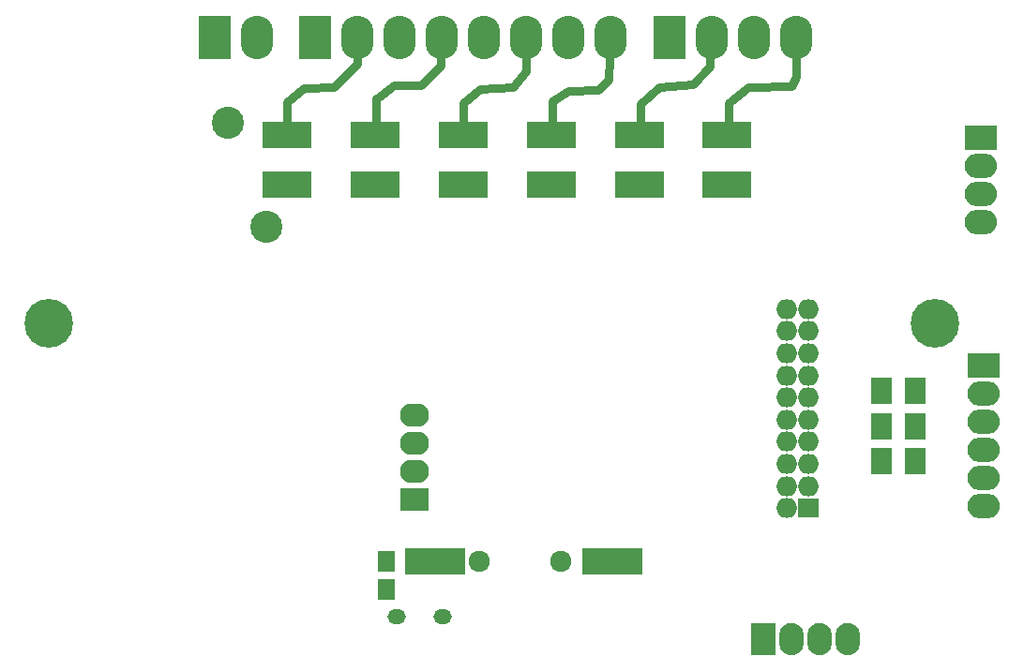
<source format=gbs>
G04 #@! TF.FileFunction,Soldermask,Bot*
%FSLAX46Y46*%
G04 Gerber Fmt 4.6, Leading zero omitted, Abs format (unit mm)*
G04 Created by KiCad (PCBNEW 4.0.6) date 01/16/18 14:36:03*
%MOMM*%
%LPD*%
G01*
G04 APERTURE LIST*
%ADD10C,0.100000*%
%ADD11C,0.724000*%
%ADD12R,5.400000X2.400000*%
%ADD13C,1.924000*%
%ADD14R,1.900000X2.400000*%
%ADD15C,4.400000*%
%ADD16R,1.650000X1.900000*%
%ADD17R,4.400000X2.400000*%
%ADD18R,2.624000X2.100000*%
%ADD19O,2.624000X2.100000*%
%ADD20R,2.924000X2.224000*%
%ADD21O,2.924000X2.224000*%
%ADD22O,1.650000X1.350000*%
%ADD23R,2.224000X2.924000*%
%ADD24O,2.224000X2.924000*%
%ADD25C,2.899360*%
%ADD26O,2.924000X3.924000*%
%ADD27R,2.924000X3.924000*%
%ADD28R,1.924000X1.800000*%
%ADD29O,1.924000X1.800000*%
G04 APERTURE END LIST*
D10*
D11*
X126350000Y-92075000D02*
X126350000Y-89725000D01*
X126350000Y-92125000D02*
X126350000Y-92075000D01*
X128200000Y-88175000D02*
X126400000Y-89600000D01*
X132025000Y-88050000D02*
X128200000Y-88175000D01*
X132475000Y-87250000D02*
X132025000Y-88050000D01*
X132400000Y-83650000D02*
X132475000Y-87250000D01*
X118425000Y-89650000D02*
X118425000Y-91825000D01*
X120100000Y-88125000D02*
X118425000Y-89650000D01*
X123125000Y-87925000D02*
X120100000Y-88125000D01*
X124725000Y-86325000D02*
X123125000Y-87925000D01*
X124800000Y-83650000D02*
X124725000Y-86325000D01*
X110500000Y-89425000D02*
X110450000Y-92450000D01*
X111875000Y-88475000D02*
X110500000Y-89425000D01*
X114650000Y-88375000D02*
X111875000Y-88475000D01*
X115575000Y-87500000D02*
X114650000Y-88375000D01*
X115700000Y-83600000D02*
X115575000Y-87500000D01*
X102450000Y-89575000D02*
X102425000Y-92275000D01*
X103975000Y-88350000D02*
X102450000Y-89575000D01*
X106950000Y-88175000D02*
X103975000Y-88350000D01*
X108125000Y-86700000D02*
X106950000Y-88175000D01*
X108125000Y-83500000D02*
X108125000Y-86700000D01*
X94525000Y-89175000D02*
X94550000Y-92425000D01*
X96125000Y-87950000D02*
X94525000Y-89225000D01*
X98600000Y-87950000D02*
X96125000Y-87950000D01*
X100425000Y-86175000D02*
X98600000Y-87950000D01*
X100500000Y-83600000D02*
X100425000Y-86175000D01*
X86525000Y-89475000D02*
X86500000Y-92325000D01*
X88025000Y-88225000D02*
X86525000Y-89475000D01*
X90750000Y-88175000D02*
X88025000Y-88225000D01*
X92825000Y-86025000D02*
X90750000Y-88175000D01*
X92750000Y-83600000D02*
X92825000Y-86025000D01*
D12*
X99850000Y-131025000D03*
X115850000Y-131025000D03*
D13*
X103850000Y-131025000D03*
X111250000Y-131025000D03*
D14*
X143225000Y-115625000D03*
X140225000Y-115625000D03*
D15*
X145000000Y-109500000D03*
D16*
X95450000Y-131000000D03*
X95450000Y-133500000D03*
D14*
X143225000Y-121925000D03*
X140225000Y-121925000D03*
X143225000Y-118775000D03*
X140225000Y-118775000D03*
D17*
X86500000Y-97000000D03*
X86500000Y-92500000D03*
X94450000Y-97000000D03*
X94450000Y-92500000D03*
X102400000Y-97000000D03*
X102400000Y-92500000D03*
X110350000Y-97000000D03*
X110350000Y-92500000D03*
X118300000Y-97000000D03*
X118300000Y-92500000D03*
X126250000Y-97000000D03*
X126250000Y-92500000D03*
D18*
X98050000Y-125390000D03*
D19*
X98050000Y-122850000D03*
X98050000Y-120310000D03*
X98050000Y-117770000D03*
D20*
X149400000Y-113320000D03*
D21*
X149400000Y-115860000D03*
X149400000Y-118400000D03*
X149400000Y-120940000D03*
X149400000Y-123480000D03*
X149400000Y-126020000D03*
D22*
X96419200Y-136000000D03*
X100519200Y-136000000D03*
D20*
X149150000Y-92760000D03*
D21*
X149150000Y-95300000D03*
X149150000Y-97840000D03*
X149150000Y-100380000D03*
D23*
X129495000Y-138000000D03*
D24*
X132035000Y-138000000D03*
X134575000Y-138000000D03*
X137115000Y-138000000D03*
D25*
X81199468Y-91380353D03*
X84620532Y-100779647D03*
D26*
X108080000Y-83700000D03*
X104270000Y-83700000D03*
X100460000Y-83700000D03*
X96650000Y-83700000D03*
X92840000Y-83700000D03*
D27*
X89030000Y-83700000D03*
D26*
X111890000Y-83700000D03*
X115700000Y-83700000D03*
X83800000Y-83700000D03*
D27*
X79990000Y-83700000D03*
D26*
X132500000Y-83700000D03*
X128690000Y-83700000D03*
X124880000Y-83700000D03*
D27*
X121070000Y-83700000D03*
D15*
X65000000Y-109500000D03*
D28*
X133600000Y-126200000D03*
D29*
X131600000Y-126200000D03*
X133600000Y-124200000D03*
X131600000Y-124200000D03*
X133600000Y-122200000D03*
X131600000Y-122200000D03*
X133600000Y-120200000D03*
X131600000Y-120200000D03*
X133600000Y-118200000D03*
X131600000Y-118200000D03*
X133600000Y-116200000D03*
X131600000Y-116200000D03*
X133600000Y-114200000D03*
X131600000Y-114200000D03*
X133600000Y-112200000D03*
X131600000Y-112200000D03*
X133600000Y-110200000D03*
X131600000Y-110200000D03*
X133600000Y-108200000D03*
X131600000Y-108200000D03*
M02*

</source>
